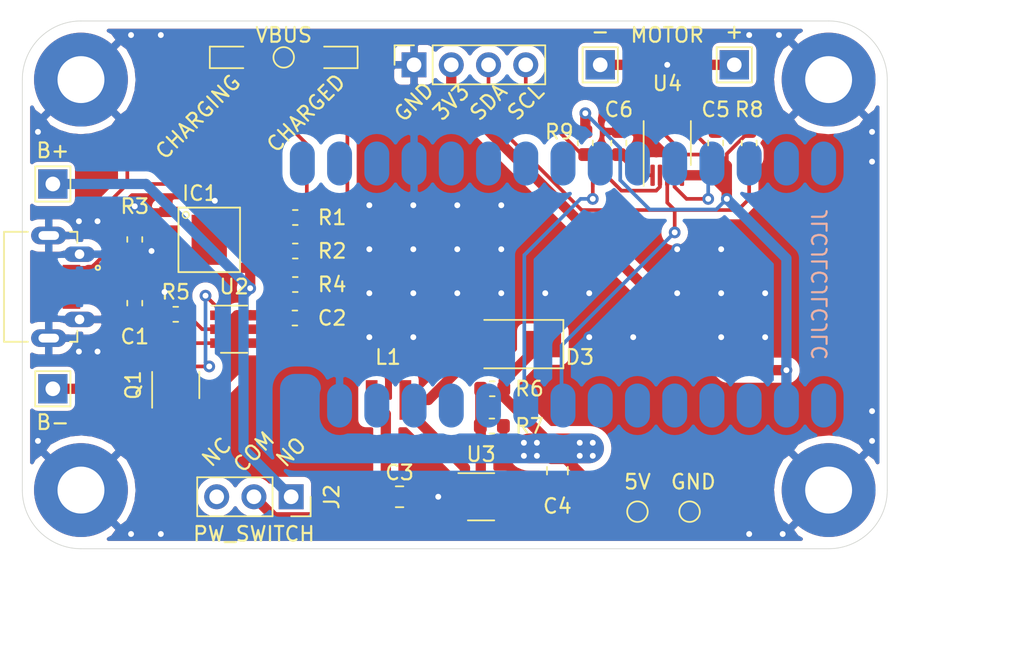
<source format=kicad_pcb>
(kicad_pcb (version 20171130) (host pcbnew "(5.1.6)-1")
  (layers (0 F.Cu signal) (31 B.Cu signal) (34 B.Paste user) (35 F.Paste user) (36 B.SilkS user) (37 F.SilkS user) (38 B.Mask user) (39 F.Mask user) (44 Edge.Cuts user))
  (net 0 "")
  (net 1 "Net-(C1-Pad1)")
  (net 2 GND)
  (net 3 "Net-(C2-Pad2)")
  (net 4 "Net-(C2-Pad1)")
  (net 5 "Net-(C3-Pad1)")
  (net 6 +5V)
  (net 7 +3V3)
  (net 8 "Net-(C6-Pad1)")
  (net 9 "Net-(D1-Pad1)")
  (net 10 "Net-(D2-Pad1)")
  (net 11 "Net-(D3-Pad2)")
  (net 12 "Net-(IC1-Pad7)")
  (net 13 "Net-(IC1-Pad6)")
  (net 14 "Net-(IC1-Pad5)")
  (net 15 "Net-(IC1-Pad2)")
  (net 16 "Net-(J1-Pad3)")
  (net 17 "Net-(J1-Pad2)")
  (net 18 "Net-(J1-Pad4)")
  (net 19 "Net-(J1-Pad5)")
  (net 20 "Net-(J2-Pad3)")
  (net 21 SDA)
  (net 22 SCL)
  (net 23 "Net-(Q1-Pad4)")
  (net 24 "Net-(Q1-Pad5)")
  (net 25 "Net-(R5-Pad1)")
  (net 26 "Net-(R6-Pad2)")
  (net 27 "Net-(TP5-Pad1)")
  (net 28 "Net-(TP6-Pad1)")
  (net 29 TRIG)
  (net 30 "Net-(U2-Pad4)")
  (net 31 "Net-(U3-Pad6)")
  (net 32 "Net-(Q1-Pad2)")
  (net 33 "Net-(Q1-Pad6)")
  (net 34 "Net-(J4-Pad11)")
  (net 35 "Net-(J4-Pad3)")
  (net 36 "Net-(J4-Pad5)")
  (net 37 "Net-(J4-Pad13)")
  (net 38 "Net-(J4-Pad12)")
  (net 39 "Net-(J4-Pad1)")
  (net 40 "Net-(J4-Pad4)")
  (net 41 "Net-(J4-Pad10)")
  (net 42 "Net-(J4-Pad7)")
  (net 43 "Net-(J4-Pad6)")
  (net 44 "Net-(J4-Pad30)")
  (net 45 "Net-(J4-Pad29)")
  (net 46 "Net-(J4-Pad28)")
  (net 47 "Net-(J4-Pad26)")
  (net 48 "Net-(J4-Pad25)")
  (net 49 "Net-(J4-Pad24)")
  (net 50 "Net-(J4-Pad23)")
  (net 51 "Net-(J4-Pad22)")
  (net 52 "Net-(J4-Pad21)")
  (net 53 "Net-(J4-Pad20)")
  (net 54 "Net-(J4-Pad18)")
  (net 55 "Net-(J4-Pad17)")
  (net 56 "Net-(J4-Pad16)")
  (module Diode_SMD:D_SMA (layer F.Cu) (at 152.836 93.472 180)
    (fp_text reference D3 (at -4.517 -0.889) (layer F.SilkS))
    (fp_text value SS34F)
    (pad 2 smd rect (at 2 0 180) (size 2.5 1.8) (layers F.Cu F.Paste F.Mask) (net 11 "Net-(D3-Pad2)"))
    (pad 1 smd rect (at -2 0 180) (size 2.5 1.8) (layers F.Cu F.Paste F.Mask) (net 6 +5V))
  )
  (module Capacitor_SMD:SWPA3015 (layer F.Cu) (at 144.308 97.282)
    (fp_text reference L1 (at -0.036 -2.921) (layer F.SilkS))
    (fp_text value 22uH)
    (pad 1 smd rect (at -1.15 0) (size 0.8 2.7) (layers F.Cu F.Paste F.Mask) (net 5 "Net-(C3-Pad1)"))
    (pad 2 smd rect (at 1.15 0) (size 0.8 2.7) (layers F.Cu F.Paste F.Mask) (net 11 "Net-(D3-Pad2)"))
  )
  (module nano33:nano33_Footprint_SMD_Castell (layer B.Cu) (at 156.21 89.408 180)
    (fp_text reference J4)
    (fp_text value Arduino-NANO-33)
    (pad 11 smd oval (at 7.62 -8.255 90) (size 3 1.7) (layers B.Cu B.Mask) (net 34 "Net-(J4-Pad11)"))
    (pad 3 smd oval (at -12.7 -8.255 90) (size 3 1.7) (layers B.Cu B.Mask) (net 35 "Net-(J4-Pad3)"))
    (pad 5 smd oval (at -7.62 -8.255 90) (size 3 1.7) (layers B.Cu B.Mask) (net 36 "Net-(J4-Pad5)"))
    (pad 13 smd oval (at 12.7 -8.255 90) (size 3 1.7) (layers B.Cu B.Mask) (net 37 "Net-(J4-Pad13)"))
    (pad 12 smd oval (at 10.16 -8.255 90) (size 3 1.7) (layers B.Cu B.Mask) (net 38 "Net-(J4-Pad12)"))
    (pad 1 smd oval (at -17.78 -8.255 90) (size 3 1.7) (layers B.Cu B.Mask) (net 39 "Net-(J4-Pad1)"))
    (pad 14 smd oval (at 15.24 -8.255 90) (size 3 1.7) (layers B.Cu B.Mask) (net 2 GND))
    (pad 4 smd oval (at -10.16 -8.255 90) (size 3 1.7) (layers B.Cu B.Mask) (net 40 "Net-(J4-Pad4)"))
    (pad 10 smd oval (at 5.08 -8.255 90) (size 3 1.7) (layers B.Cu B.Mask) (net 41 "Net-(J4-Pad10)"))
    (pad 9 smd oval (at 2.54 -8.255 90) (size 3 1.7) (layers B.Cu B.Mask) (net 22 SCL))
    (pad 7 smd oval (at -2.54 -8.255 90) (size 3 1.7) (layers B.Cu B.Mask) (net 42 "Net-(J4-Pad7)"))
    (pad 6 smd oval (at -5.08 -8.255 90) (size 3 1.7) (layers B.Cu B.Mask) (net 43 "Net-(J4-Pad6)"))
    (pad 8 smd oval (at 0 -8.255 90) (size 3 1.7) (layers B.Cu B.Mask) (net 21 SDA))
    (pad 15 smd oval (at 17.78 -8.255 90) (size 3 1.7) (layers B.Cu B.Mask) (net 6 +5V))
    (pad 2 smd oval (at -15.24 -8.255 90) (size 3 1.7) (layers B.Cu B.Mask) (net 7 +3V3))
    (pad 30 smd oval (at -17.78 8.255 270) (size 3 1.7) (layers B.Cu B.Mask) (net 44 "Net-(J4-Pad30)"))
    (pad 29 smd oval (at -15.24 8.255 270) (size 3 1.7) (layers B.Cu B.Mask) (net 45 "Net-(J4-Pad29)"))
    (pad 28 smd oval (at -12.7 8.255 270) (size 3 1.7) (layers B.Cu B.Mask) (net 46 "Net-(J4-Pad28)"))
    (pad 27 smd oval (at -10.16 8.255 270) (size 3 1.7) (layers B.Cu B.Mask) (net 29 TRIG))
    (pad 26 smd oval (at -7.62 8.255 270) (size 3 1.7) (layers B.Cu B.Mask) (net 47 "Net-(J4-Pad26)"))
    (pad 25 smd oval (at -5.08 8.255 270) (size 3 1.7) (layers B.Cu B.Mask) (net 48 "Net-(J4-Pad25)"))
    (pad 24 smd oval (at -2.54 8.255 270) (size 3 1.7) (layers B.Cu B.Mask) (net 49 "Net-(J4-Pad24)"))
    (pad 23 smd oval (at 0 8.255 270) (size 3 1.7) (layers B.Cu B.Mask) (net 50 "Net-(J4-Pad23)"))
    (pad 22 smd oval (at 2.54 8.255 270) (size 3 1.7) (layers B.Cu B.Mask) (net 51 "Net-(J4-Pad22)"))
    (pad 21 smd oval (at 5.08 8.255 270) (size 3 1.7) (layers B.Cu B.Mask) (net 52 "Net-(J4-Pad21)"))
    (pad 20 smd oval (at 7.62 8.255 270) (size 3 1.7) (layers B.Cu B.Mask) (net 53 "Net-(J4-Pad20)"))
    (pad 19 smd oval (at 10.16 8.255 270) (size 3 1.7) (layers B.Cu B.Mask) (net 2 GND))
    (pad 18 smd oval (at 12.7 8.255 270) (size 3 1.7) (layers B.Cu B.Mask) (net 54 "Net-(J4-Pad18)"))
    (pad 17 smd oval (at 15.24 8.255 270) (size 3 1.7) (layers B.Cu B.Mask) (net 55 "Net-(J4-Pad17)"))
    (pad 16 smd oval (at 17.78 8.255 270) (size 3 1.7) (layers B.Cu B.Mask) (net 56 "Net-(J4-Pad16)"))
  )
  (module Capacitor_SMD:C_0603_1608Metric (layer F.Cu) (at 127 90.678 270)
    (fp_text reference C1 (at 2.286 0 180) (layer F.SilkS))
    (fp_text value 10uF)
    (pad 1 smd roundrect (at -0.7875 0 270) (size 0.875 0.95) (layers F.Cu F.Paste F.Mask) (net 1 "Net-(C1-Pad1)"))
    (pad 2 smd roundrect (at 0.7875 0 270) (size 0.875 0.95) (layers F.Cu F.Paste F.Mask) (net 2 GND))
  )
  (module Capacitor_SMD:C_0603_1608Metric (layer F.Cu) (at 137.922 91.694 180)
    (fp_text reference C2 (at -2.54 0) (layer F.SilkS))
    (fp_text value 0.1uF)
    (pad 2 smd roundrect (at 0.7875 0 180) (size 0.875 0.95) (layers F.Cu F.Paste F.Mask) (net 3 "Net-(C2-Pad2)"))
    (pad 1 smd roundrect (at -0.7875 0 180) (size 0.875 0.95) (layers F.Cu F.Paste F.Mask) (net 4 "Net-(C2-Pad1)"))
  )
  (module Capacitor_SMD:C_0603_1608Metric (layer F.Cu) (at 166.624 79.756 270)
    (fp_text reference C5 (at -2.286 0 180) (layer F.SilkS))
    (fp_text value 1uF)
    (pad 2 smd roundrect (at 0.7875 0 270) (size 0.875 0.95) (layers F.Cu F.Paste F.Mask) (net 7 +3V3))
    (pad 1 smd roundrect (at -0.7875 0 270) (size 0.875 0.95) (layers F.Cu F.Paste F.Mask) (net 2 GND))
  )
  (module Capacitor_SMD:C_0603_1608Metric (layer F.Cu) (at 160.02 79.756 90)
    (fp_text reference C6 (at 2.286 0 180) (layer F.SilkS))
    (fp_text value 1uF)
    (pad 1 smd roundrect (at -0.7875 0 90) (size 0.875 0.95) (layers F.Cu F.Paste F.Mask) (net 8 "Net-(C6-Pad1)"))
    (pad 2 smd roundrect (at 0.7875 0 90) (size 0.875 0.95) (layers F.Cu F.Paste F.Mask) (net 2 GND))
  )
  (module LED_SMD:LED_0603_1608Metric (layer F.Cu) (at 133.604 73.914)
    (fp_text reference D1)
    (fp_text value RED)
    (pad 1 smd roundrect (at -0.7875 0) (size 0.875 0.95) (layers F.Cu F.Paste F.Mask) (net 9 "Net-(D1-Pad1)"))
    (pad 2 smd roundrect (at 0.7875 0) (size 0.875 0.95) (layers F.Cu F.Paste F.Mask) (net 1 "Net-(C1-Pad1)"))
  )
  (module LED_SMD:LED_0603_1608Metric (layer F.Cu) (at 140.716 73.914 180)
    (fp_text reference D2)
    (fp_text value GRN)
    (pad 2 smd roundrect (at 0.7875 0 180) (size 0.875 0.95) (layers F.Cu F.Paste F.Mask) (net 1 "Net-(C1-Pad1)"))
    (pad 1 smd roundrect (at -0.7875 0 180) (size 0.875 0.95) (layers F.Cu F.Paste F.Mask) (net 10 "Net-(D2-Pad1)"))
  )
  (module MountingHole:MountingHole_3.2mm_M3_Pad (layer F.Cu) (at 123.33 75.43)
    (fp_text reference H1)
    (fp_text value M3)
    (pad 1 thru_hole circle (at 0 0) (size 6.4 6.4) (drill 3.2) (layers *.Cu *.Mask) (net 2 GND))
  )
  (module MountingHole:MountingHole_3.2mm_M3_Pad (layer F.Cu) (at 123.33 103.43)
    (fp_text reference H2)
    (fp_text value M3)
    (pad 1 thru_hole circle (at 0 0) (size 6.4 6.4) (drill 3.2) (layers *.Cu *.Mask) (net 2 GND))
  )
  (module MountingHole:MountingHole_3.2mm_M3_Pad (layer F.Cu) (at 174.33 103.43)
    (fp_text reference H3)
    (fp_text value M3)
    (pad 1 thru_hole circle (at 0 0) (size 6.4 6.4) (drill 3.2) (layers *.Cu *.Mask) (net 2 GND))
  )
  (module MountingHole:MountingHole_3.2mm_M3_Pad (layer F.Cu) (at 174.33 75.43)
    (fp_text reference H4)
    (fp_text value M3)
    (pad 1 thru_hole circle (at 0 0) (size 6.4 6.4) (drill 3.2) (layers *.Cu *.Mask) (net 2 GND))
  )
  (module TP4056:SOP-8 (layer F.Cu) (at 132.08 86.36)
    (fp_text reference IC1 (at -0.63517 -3.1759) (layer F.SilkS) (effects (font (size 1.000283 1.000283))))
    (fp_text value TP4056)
    (fp_poly (pts (xy -1.20026 -1.7) (xy 1.2 -1.7) (xy 1.2 1.70037) (xy -1.20026 1.70037)) (layer F.Cu) (width 0.01))
    (pad 7 smd rect (at 2.75 -0.635) (size 1.3 0.7) (layers F.Cu F.Paste F.Mask) (net 12 "Net-(IC1-Pad7)"))
    (pad 8 smd rect (at 2.75 -1.905) (size 1.3 0.7) (layers F.Cu F.Paste F.Mask) (net 1 "Net-(C1-Pad1)"))
    (pad 6 smd rect (at 2.75 0.635) (size 1.3 0.7) (layers F.Cu F.Paste F.Mask) (net 13 "Net-(IC1-Pad6)"))
    (pad 5 smd rect (at 2.75 1.905) (size 1.3 0.7) (layers F.Cu F.Paste F.Mask) (net 14 "Net-(IC1-Pad5)"))
    (pad 2 smd rect (at -2.75 -0.635) (size 1.3 0.7) (layers F.Cu F.Paste F.Mask) (net 15 "Net-(IC1-Pad2)"))
    (pad 1 smd rect (at -2.75 -1.905) (size 1.3 0.7) (layers F.Cu F.Paste F.Mask) (net 2 GND))
    (pad 3 smd rect (at -2.75 0.635) (size 1.3 0.7) (layers F.Cu F.Paste F.Mask) (net 2 GND))
    (pad 4 smd rect (at -2.75 1.905) (size 1.3 0.7) (layers F.Cu F.Paste F.Mask) (net 1 "Net-(C1-Pad1)"))
  )
  (module UJ2-MIBH2-4-SMT:CUI_UJ2-MIBH2-4-SMT (layer F.Cu) (at 122.682 88.265)
    (fp_text reference J1)
    (fp_text value UJ2-MIBH2-4-SMT)
    (fp_line (start 0.6245 -0.5995) (end 0.55 -0.5995) (layer Edge.Cuts) (width 0.001))
    (fp_line (start 0.4755 -1.2505) (end 0.55 -1.2505) (layer Edge.Cuts) (width 0.001))
    (fp_line (start 0.55 -0.6) (end 0.475 -0.6) (layer Edge.Cuts) (width 0.001))
    (fp_line (start 0.55 -1.25) (end 0.625 -1.25) (layer Edge.Cuts) (width 0.001))
    (fp_line (start 0.6245 3.8505) (end 0.55 3.8505) (layer Edge.Cuts) (width 0.001))
    (fp_line (start 0.4755 3.1995) (end 0.55 3.1995) (layer Edge.Cuts) (width 0.001))
    (fp_line (start 0.55 3.85) (end 0.475 3.85) (layer Edge.Cuts) (width 0.001))
    (fp_line (start 0.55 3.2) (end 0.625 3.2) (layer Edge.Cuts) (width 0.001))
    (fp_arc (start 0.625 3.525) (end 0.95 3.525) (angle -90) (layer Edge.Cuts) (width 0.001))
    (fp_arc (start 0.475 3.525) (end 0.15 3.525) (angle -90) (layer Edge.Cuts) (width 0.001))
    (fp_arc (start 0.4755 3.525) (end 0.4755 3.1995) (angle -90) (layer Edge.Cuts) (width 0.001))
    (fp_arc (start 0.6245 3.525) (end 0.6245 3.8505) (angle -90) (layer Edge.Cuts) (width 0.001))
    (fp_arc (start 0.625 -0.925) (end 0.95 -0.925) (angle -90) (layer Edge.Cuts) (width 0.001))
    (fp_arc (start 0.475 -0.925) (end 0.15 -0.925) (angle -90) (layer Edge.Cuts) (width 0.001))
    (fp_arc (start 0.4755 -0.925) (end 0.4755 -1.2505) (angle -90) (layer Edge.Cuts) (width 0.001))
    (fp_arc (start 0.6245 -0.925) (end 0.6245 -0.5995) (angle -90) (layer Edge.Cuts) (width 0.001))
    (pad 3 smd rect (at 0 1.3) (size 1.2 0.4) (layers F.Cu F.Paste F.Mask) (net 16 "Net-(J1-Pad3)"))
    (pad 2 smd rect (at 0 0.65) (size 1.2 0.4) (layers F.Cu F.Paste F.Mask) (net 17 "Net-(J1-Pad2)"))
    (pad 1 smd rect (at 0 0) (size 1.2 0.4) (layers F.Cu F.Paste F.Mask) (net 1 "Net-(C1-Pad1)"))
    (pad 4 smd rect (at 0 1.95) (size 1.2 0.4) (layers F.Cu F.Paste F.Mask) (net 18 "Net-(J1-Pad4)"))
    (pad 5 smd rect (at 0 2.6) (size 1.2 0.4) (layers F.Cu F.Paste F.Mask) (net 19 "Net-(J1-Pad5)"))
    (pad SH3 smd rect (at -1.55 1.3) (size 0.9 3) (layers F.Cu F.Paste F.Mask) (net 2 GND))
    (pad SH1 thru_hole oval (at -1.55 -2.2) (size 2.4 1.2) (drill oval 1.4 0.6) (layers *.Cu *.Mask) (net 2 GND))
    (pad SH4 thru_hole oval (at -1.55 4.8) (size 2.4 1.2) (drill oval 1.4 0.6) (layers *.Cu *.Mask) (net 2 GND))
    (pad SH2 thru_hole oval (at 0.55 -0.925) (size 2.1 1.05) (drill 0.65) (layers *.Cu *.Mask) (net 2 GND))
    (pad SH5 thru_hole oval (at 0.55 3.525) (size 2.1 1.05) (drill 0.65) (layers *.Cu *.Mask) (net 2 GND))
  )
  (module Connector_PinSocket_2.54mm:PinSocket_1x03_P2.54mm_Vertical (layer F.Cu) (at 137.668 103.886 270)
    (fp_text reference J2 (at 0 -2.77 90) (layer F.SilkS))
    (fp_text value "Power Switch")
    (pad 1 thru_hole rect (at 0 0 270) (size 1.7 1.7) (drill 1) (layers *.Cu *.Mask) (net 14 "Net-(IC1-Pad5)"))
    (pad 2 thru_hole oval (at 0 2.54 270) (size 1.7 1.7) (drill 1) (layers *.Cu *.Mask) (net 5 "Net-(C3-Pad1)"))
    (pad 3 thru_hole oval (at 0 5.08 270) (size 1.7 1.7) (drill 1) (layers *.Cu *.Mask) (net 20 "Net-(J2-Pad3)"))
  )
  (module Connector_PinSocket_2.54mm:PinSocket_1x04_P2.54mm_Vertical (layer F.Cu) (at 146.05 74.422 90)
    (fp_text reference J3)
    (fp_text value I2C)
    (pad 1 thru_hole rect (at 0 0 90) (size 1.7 1.7) (drill 1) (layers *.Cu *.Mask) (net 2 GND))
    (pad 2 thru_hole oval (at 0 2.54 90) (size 1.7 1.7) (drill 1) (layers *.Cu *.Mask) (net 7 +3V3))
    (pad 3 thru_hole oval (at 0 5.08 90) (size 1.7 1.7) (drill 1) (layers *.Cu *.Mask) (net 21 SDA))
    (pad 4 thru_hole oval (at 0 7.62 90) (size 1.7 1.7) (drill 1) (layers *.Cu *.Mask) (net 22 SCL))
  )
  (module Resistor_SMD:R_0603_1608Metric (layer F.Cu) (at 137.9475 84.836)
    (fp_text reference R1 (at 2.5145 0) (layer F.SilkS))
    (fp_text value 1k)
    (pad 2 smd roundrect (at 0.7875 0) (size 0.875 0.95) (layers F.Cu F.Paste F.Mask) (net 9 "Net-(D1-Pad1)"))
    (pad 1 smd roundrect (at -0.7875 0) (size 0.875 0.95) (layers F.Cu F.Paste F.Mask) (net 12 "Net-(IC1-Pad7)"))
  )
  (module Resistor_SMD:R_0603_1608Metric (layer F.Cu) (at 137.9475 87.122)
    (fp_text reference R2 (at 2.5145 0) (layer F.SilkS))
    (fp_text value 1k)
    (pad 1 smd roundrect (at -0.7875 0) (size 0.875 0.95) (layers F.Cu F.Paste F.Mask) (net 13 "Net-(IC1-Pad6)"))
    (pad 2 smd roundrect (at 0.7875 0) (size 0.875 0.95) (layers F.Cu F.Paste F.Mask) (net 10 "Net-(D2-Pad1)"))
  )
  (module Resistor_SMD:R_0603_1608Metric (layer F.Cu) (at 127 86.3345 270)
    (fp_text reference R3 (at -2.2605 0 180) (layer F.SilkS))
    (fp_text value 5.1k)
    (pad 2 smd roundrect (at 0.7875 0 270) (size 0.875 0.95) (layers F.Cu F.Paste F.Mask) (net 2 GND))
    (pad 1 smd roundrect (at -0.7875 0 270) (size 0.875 0.95) (layers F.Cu F.Paste F.Mask) (net 15 "Net-(IC1-Pad2)"))
  )
  (module Resistor_SMD:R_0603_1608Metric (layer F.Cu) (at 137.9475 89.408)
    (fp_text reference R4 (at 2.5145 0) (layer F.SilkS))
    (fp_text value 100R)
    (pad 1 smd roundrect (at -0.7875 0) (size 0.875 0.95) (layers F.Cu F.Paste F.Mask) (net 14 "Net-(IC1-Pad5)"))
    (pad 2 smd roundrect (at 0.7875 0) (size 0.875 0.95) (layers F.Cu F.Paste F.Mask) (net 4 "Net-(C2-Pad1)"))
  )
  (module Resistor_SMD:R_0603_1608Metric (layer F.Cu) (at 129.794 91.44 180)
    (fp_text reference R5 (at 0 1.524) (layer F.SilkS))
    (fp_text value 2k)
    (pad 1 smd roundrect (at -0.7875 0 180) (size 0.875 0.95) (layers F.Cu F.Paste F.Mask) (net 25 "Net-(R5-Pad1)"))
    (pad 2 smd roundrect (at 0.7875 0 180) (size 0.875 0.95) (layers F.Cu F.Paste F.Mask) (net 2 GND))
  )
  (module Resistor_SMD:R_0603_1608Metric (layer F.Cu) (at 151.384 96.52 180)
    (fp_text reference R6 (at -2.54 0) (layer F.SilkS))
    (fp_text value 7.5k)
    (pad 1 smd roundrect (at -0.7875 0 180) (size 0.875 0.95) (layers F.Cu F.Paste F.Mask) (net 6 +5V))
    (pad 2 smd roundrect (at 0.7875 0 180) (size 0.875 0.95) (layers F.Cu F.Paste F.Mask) (net 26 "Net-(R6-Pad2)"))
  )
  (module Resistor_SMD:R_0603_1608Metric (layer F.Cu) (at 151.3585 99.06)
    (fp_text reference R7 (at 2.5655 0) (layer F.SilkS))
    (fp_text value 1k)
    (pad 2 smd roundrect (at 0.7875 0) (size 0.875 0.95) (layers F.Cu F.Paste F.Mask) (net 2 GND))
    (pad 1 smd roundrect (at -0.7875 0) (size 0.875 0.95) (layers F.Cu F.Paste F.Mask) (net 26 "Net-(R6-Pad2)"))
  )
  (module Resistor_SMD:R_0603_1608Metric (layer F.Cu) (at 168.91 79.756 270)
    (fp_text reference R8 (at -2.286 0 180) (layer F.SilkS))
    (fp_text value 10k)
    (pad 2 smd roundrect (at 0.7875 0 270) (size 0.875 0.95) (layers F.Cu F.Paste F.Mask) (net 21 SDA))
    (pad 1 smd roundrect (at -0.7875 0 270) (size 0.875 0.95) (layers F.Cu F.Paste F.Mask) (net 7 +3V3))
  )
  (module Resistor_SMD:R_0603_1608Metric (layer F.Cu) (at 157.734 79.756 270)
    (fp_text reference R9 (at -0.762 1.778 180) (layer F.SilkS))
    (fp_text value 10k)
    (pad 1 smd roundrect (at -0.7875 0 270) (size 0.875 0.95) (layers F.Cu F.Paste F.Mask) (net 7 +3V3))
    (pad 2 smd roundrect (at 0.7875 0 270) (size 0.875 0.95) (layers F.Cu F.Paste F.Mask) (net 22 SCL))
  )
  (module TestPoint:TestPoint_Pad_D1.0mm (layer F.Cu) (at 137.16 73.914)
    (fp_text reference TP1)
    (fp_text value CHARGE)
    (pad 1 smd circle (at 0 0) (size 1 1) (layers F.Cu F.Mask) (net 1 "Net-(C1-Pad1)"))
  )
  (module TestPoint:TestPoint_THTPad_2.0x2.0mm_Drill1.0mm (layer F.Cu) (at 121.412 82.55)
    (fp_text reference TP2)
    (fp_text value B+)
    (pad 1 thru_hole rect (at 0 0) (size 2 2) (drill 1) (layers *.Cu *.Mask) (net 14 "Net-(IC1-Pad5)"))
  )
  (module TestPoint:TestPoint_THTPad_2.0x2.0mm_Drill1.0mm (layer F.Cu) (at 121.412 96.52)
    (fp_text reference TP3)
    (fp_text value B-)
    (pad 1 thru_hole rect (at 0 0) (size 2 2) (drill 1) (layers *.Cu *.Mask) (net 3 "Net-(C2-Pad2)"))
  )
  (module TestPoint:TestPoint_Pad_D1.0mm (layer F.Cu) (at 161.29 104.902)
    (fp_text reference TP4)
    (fp_text value 5V)
    (pad 1 smd circle (at 0 0) (size 1 1) (layers F.Cu F.Mask) (net 6 +5V))
  )
  (module TestPoint:TestPoint_THTPad_2.0x2.0mm_Drill1.0mm (layer F.Cu) (at 167.894 74.422)
    (fp_text reference TP5)
    (fp_text value M+)
    (pad 1 thru_hole rect (at 0 0) (size 2 2) (drill 1) (layers *.Cu *.Mask) (net 27 "Net-(TP5-Pad1)"))
  )
  (module TestPoint:TestPoint_THTPad_2.0x2.0mm_Drill1.0mm (layer F.Cu) (at 158.75 74.422)
    (fp_text reference TP6)
    (fp_text value M-)
    (pad 1 thru_hole rect (at 0 0) (size 2 2) (drill 1) (layers *.Cu *.Mask) (net 28 "Net-(TP6-Pad1)"))
  )
  (module TestPoint:TestPoint_Pad_D1.0mm (layer F.Cu) (at 164.846 104.902)
    (fp_text reference TP7)
    (fp_text value GND)
    (pad 1 smd circle (at 0 0) (size 1 1) (layers F.Cu F.Mask) (net 2 GND))
  )
  (module Package_TO_SOT_SMD:SOT-23-6 (layer F.Cu) (at 133.774 92.456)
    (fp_text reference U2 (at 0 -2.9) (layer F.SilkS))
    (fp_text value FS312F-G)
    (pad 1 smd rect (at -1.1 -0.95) (size 1.06 0.65) (layers F.Cu F.Paste F.Mask) (net 23 "Net-(Q1-Pad4)"))
    (pad 2 smd rect (at -1.1 0) (size 1.06 0.65) (layers F.Cu F.Paste F.Mask) (net 25 "Net-(R5-Pad1)"))
    (pad 3 smd rect (at -1.1 0.95) (size 1.06 0.65) (layers F.Cu F.Paste F.Mask) (net 33 "Net-(Q1-Pad6)"))
    (pad 4 smd rect (at 1.1 0.95) (size 1.06 0.65) (layers F.Cu F.Paste F.Mask) (net 30 "Net-(U2-Pad4)"))
    (pad 6 smd rect (at 1.1 -0.95) (size 1.06 0.65) (layers F.Cu F.Paste F.Mask) (net 3 "Net-(C2-Pad2)"))
    (pad 5 smd rect (at 1.1 0) (size 1.06 0.65) (layers F.Cu F.Paste F.Mask) (net 4 "Net-(C2-Pad1)"))
  )
  (module Package_TO_SOT_SMD:SOT-23-6 (layer F.Cu) (at 150.622 103.886)
    (fp_text reference U3 (at 0 -2.9) (layer F.SilkS))
    (fp_text value MT3608)
    (pad 5 smd rect (at 1.1 0) (size 1.06 0.65) (layers F.Cu F.Paste F.Mask) (net 5 "Net-(C3-Pad1)"))
    (pad 6 smd rect (at 1.1 -0.95) (size 1.06 0.65) (layers F.Cu F.Paste F.Mask) (net 31 "Net-(U3-Pad6)"))
    (pad 4 smd rect (at 1.1 0.95) (size 1.06 0.65) (layers F.Cu F.Paste F.Mask) (net 5 "Net-(C3-Pad1)"))
    (pad 3 smd rect (at -1.1 0.95) (size 1.06 0.65) (layers F.Cu F.Paste F.Mask) (net 26 "Net-(R6-Pad2)"))
    (pad 2 smd rect (at -1.1 0) (size 1.06 0.65) (layers F.Cu F.Paste F.Mask) (net 2 GND))
    (pad 1 smd rect (at -1.1 -0.95) (size 1.06 0.65) (layers F.Cu F.Paste F.Mask) (net 11 "Net-(D3-Pad2)"))
  )
  (module Package_SO:VSSOP-10_3x3mm_P0.5mm (layer F.Cu) (at 163.322 79.756 90)
    (fp_text reference U4 (at 4.064 0 180) (layer F.SilkS))
    (fp_text value DRV2605LDGS)
    (pad 1 smd roundrect (at -2.2 -1 90) (size 1.45 0.3) (layers F.Cu F.Paste F.Mask) (net 8 "Net-(C6-Pad1)"))
    (pad 2 smd roundrect (at -2.2 -0.5 90) (size 1.45 0.3) (layers F.Cu F.Paste F.Mask) (net 22 SCL))
    (pad 3 smd roundrect (at -2.2 0 90) (size 1.45 0.3) (layers F.Cu F.Paste F.Mask) (net 21 SDA))
    (pad 4 smd roundrect (at -2.2 0.5 90) (size 1.45 0.3) (layers F.Cu F.Paste F.Mask) (net 29 TRIG))
    (pad 5 smd roundrect (at -2.2 1 90) (size 1.45 0.3) (layers F.Cu F.Paste F.Mask) (net 7 +3V3))
    (pad 6 smd roundrect (at 2.2 1 90) (size 1.45 0.3) (layers F.Cu F.Paste F.Mask) (net 7 +3V3))
    (pad 7 smd roundrect (at 2.2 0.5 90) (size 1.45 0.3) (layers F.Cu F.Paste F.Mask) (net 27 "Net-(TP5-Pad1)"))
    (pad 8 smd roundrect (at 2.2 0 90) (size 1.45 0.3) (layers F.Cu F.Paste F.Mask) (net 2 GND))
    (pad 9 smd roundrect (at 2.2 -0.5 90) (size 1.45 0.3) (layers F.Cu F.Paste F.Mask) (net 28 "Net-(TP6-Pad1)"))
    (pad 10 smd roundrect (at 2.2 -1 90) (size 1.45 0.3) (layers F.Cu F.Paste F.Mask) (net 7 +3V3))
  )
  (module Package_TO_SOT_SMD:SOT-23-6 (layer F.Cu) (at 129.794 96.266 90)
    (fp_text reference Q1 (at 0 -2.9 90) (layer F.SilkS))
    (fp_text value FS8205)
    (pad 1 smd rect (at -1.1 -0.95 90) (size 1.06 0.65) (layers F.Cu F.Paste F.Mask) (net 2 GND))
    (pad 2 smd rect (at -1.1 0 90) (size 1.06 0.65) (layers F.Cu F.Paste F.Mask) (net 32 "Net-(Q1-Pad2)"))
    (pad 3 smd rect (at -1.1 0.95 90) (size 1.06 0.65) (layers F.Cu F.Paste F.Mask) (net 3 "Net-(C2-Pad2)"))
    (pad 4 smd rect (at 1.1 0.95 90) (size 1.06 0.65) (layers F.Cu F.Paste F.Mask) (net 23 "Net-(Q1-Pad4)"))
    (pad 6 smd rect (at 1.1 -0.95 90) (size 1.06 0.65) (layers F.Cu F.Paste F.Mask) (net 33 "Net-(Q1-Pad6)"))
    (pad 5 smd rect (at 1.1 0 90) (size 1.06 0.65) (layers F.Cu F.Paste F.Mask) (net 24 "Net-(Q1-Pad5)"))
  )
  (module Capacitor_SMD:C_0805_2012Metric (layer F.Cu) (at 145.0625 103.886)
    (fp_text reference C3 (at 0 -1.65) (layer F.SilkS))
    (fp_text value 22uF)
    (pad 1 smd roundrect (at -0.9375 0) (size 0.975 1.4) (layers F.Cu F.Paste F.Mask) (net 5 "Net-(C3-Pad1)"))
    (pad 2 smd roundrect (at 0.9375 0) (size 0.975 1.4) (layers F.Cu F.Paste F.Mask) (net 2 GND))
  )
  (module Capacitor_SMD:C_0805_2012Metric (layer F.Cu) (at 155.829 102.108 270)
    (fp_text reference C4 (at 2.413 0 180) (layer F.SilkS))
    (fp_text value 22uF)
    (pad 2 smd roundrect (at 0.9375 0 270) (size 0.975 1.4) (layers F.Cu F.Paste F.Mask) (net 2 GND))
    (pad 1 smd roundrect (at -0.9375 0 270) (size 0.975 1.4) (layers F.Cu F.Paste F.Mask) (net 6 +5V))
  )
  (gr_text NO (at 137.668 100.838 45) (layer F.SilkS) (effects (font (size 1 1))))
  (gr_text COM (at 135.128 100.838 45) (layer F.SilkS) (effects (font (size 1 1))))
  (gr_text NC (at 132.588 100.838 45) (layer F.SilkS) (effects (font (size 1 1))))
  (gr_text JLCJLCJLCJLC (at 173.736 89.408 90) (layer B.SilkS) (effects (font (size 1 1)) (justify mirror)))
  (gr_text VBUS (at 137.16 72.39) (layer F.SilkS) (effects (font (size 1 1))))
  (gr_text 5V (at 161.29 102.87) (layer F.SilkS) (effects (font (size 1 1))))
  (gr_text GND (at 165.1 102.87) (layer F.SilkS) (effects (font (size 1 1))))
  (gr_text PW_SWITCH (at 135.128 106.426) (layer F.SilkS) (effects (font (size 1 1))))
  (gr_text B- (at 121.412 98.806) (layer F.SilkS) (effects (font (size 1 1))))
  (gr_text B+ (at 121.412 80.264) (layer F.SilkS) (effects (font (size 1 1))))
  (gr_text + (at 167.894 72.136) (layer F.SilkS) (effects (font (size 1 1))))
  (gr_text "-\n" (at 158.75 72.136) (layer F.SilkS) (effects (font (size 1 1))))
  (gr_text MOTOR (at 163.322 72.39) (layer F.SilkS) (effects (font (size 1 1))))
  (gr_text GND (at 146.05 76.962 45) (layer F.SilkS) (effects (font (size 1 1))))
  (gr_text "3V3\n" (at 148.59 76.962 45) (layer F.SilkS) (effects (font (size 1 1))))
  (gr_text "SCL\n" (at 153.67 76.962 45) (layer F.SilkS) (effects (font (size 1 1))))
  (gr_text SDA (at 151.13 76.962 45) (layer F.SilkS) (effects (font (size 1 1))))
  (gr_text CHARGED (at 138.684 77.724 45) (layer F.SilkS) (effects (font (size 1 1))))
  (gr_text CHARGING (at 131.318 77.978 45) (layer F.SilkS) (effects (font (size 1 1))))
  (gr_line (start 174.33 71.43) (end 123.33 71.43) (layer Edge.Cuts) (width 0.05))
  (gr_line (start 178.33 103.43) (end 178.33 75.43) (layer Edge.Cuts) (width 0.05))
  (gr_line (start 123.33 107.43) (end 174.33 107.43) (layer Edge.Cuts) (width 0.05))
  (gr_line (start 119.33 75.43) (end 119.33 103.43) (layer Edge.Cuts) (width 0.05))
  (gr_arc (start 174.33 75.43) (end 178.33 75.43) (angle -90) (layer Edge.Cuts) (width 0.05))
  (gr_arc (start 174.33 103.43) (end 174.33 107.43) (angle -90) (layer Edge.Cuts) (width 0.05))
  (gr_arc (start 123.33 103.43) (end 119.33 103.43) (angle -90) (layer Edge.Cuts) (width 0.05))
  (gr_arc (start 123.33 75.43) (end 123.33 71.43) (angle -90) (layer Edge.Cuts) (width 0.05))
  (segment (start 122.682 88.265) (end 123.571 88.265) (width 0.25) (layer F.Cu) (net 1))
  (segment (start 123.571 88.265) (end 123.698 88.392) (width 0.25) (layer F.Cu) (net 1))
  (segment (start 124.202283 88.41501) (end 123.832001 88.41501) (width 0.7) (layer F.Cu) (net 1))
  (segment (start 124.352293 88.265) (end 124.202283 88.41501) (width 0.7) (layer F.Cu) (net 1))
  (segment (start 129.33 88.265) (end 126.873 88.265) (width 0.7) (layer F.Cu) (net 1))
  (segment (start 127 88.392) (end 126.873 88.265) (width 0.7) (layer F.Cu) (net 1))
  (segment (start 127 89.8905) (end 127 88.392) (width 0.7) (layer F.Cu) (net 1))
  (segment (start 126.873 88.265) (end 124.352293 88.265) (width 0.7) (layer F.Cu) (net 1))
  (segment (start 132.925 82.55) (end 134.83 84.455) (width 0.25) (layer F.Cu) (net 1))
  (segment (start 123.832001 88.41501) (end 123.884085 88.41501) (width 0.25) (layer F.Cu) (net 1))
  (segment (start 126.492 82.55) (end 132.925 82.55) (width 0.25) (layer F.Cu) (net 1))
  (segment (start 123.884085 88.41501) (end 125.222 87.077095) (width 0.25) (layer F.Cu) (net 1))
  (segment (start 125.222 87.077095) (end 125.222 83.82) (width 0.25) (layer F.Cu) (net 1))
  (segment (start 125.222 83.82) (end 126.492 82.55) (width 0.25) (layer F.Cu) (net 1))
  (segment (start 134.3915 73.914) (end 139.9285 73.914) (width 0.25) (layer F.Cu) (net 1))
  (segment (start 126.492 78.994506) (end 132.588506 72.898) (width 0.25) (layer F.Cu) (net 1))
  (segment (start 126.492 82.55) (end 126.492 78.994506) (width 0.25) (layer F.Cu) (net 1))
  (segment (start 136.144 72.898) (end 137.16 73.914) (width 0.25) (layer F.Cu) (net 1))
  (segment (start 132.588506 72.898) (end 136.144 72.898) (width 0.25) (layer F.Cu) (net 1))
  (via (at 163.322 74.422) (size 0.8) (drill 0.4) (layers F.Cu B.Cu) (net 2))
  (segment (start 163.322 77.556) (end 163.322 74.422) (width 0.25) (layer F.Cu) (net 2))
  (segment (start 149.522 103.886) (end 146.4095 103.886) (width 0.7) (layer F.Cu) (net 2))
  (via (at 128.143 87.122) (size 0.8) (drill 0.4) (layers F.Cu B.Cu) (net 2))
  (via (at 132.461 83.693) (size 0.8) (drill 0.4) (layers F.Cu B.Cu) (net 2))
  (via (at 120.396 100.076) (size 0.8) (drill 0.4) (layers F.Cu B.Cu) (net 2))
  (via (at 126.746 106.426) (size 0.8) (drill 0.4) (layers F.Cu B.Cu) (net 2))
  (via (at 171.196 106.426) (size 0.8) (drill 0.4) (layers F.Cu B.Cu) (net 2))
  (via (at 177.292 100.076) (size 0.8) (drill 0.4) (layers F.Cu B.Cu) (net 2))
  (via (at 177.292 78.994) (size 0.8) (drill 0.4) (layers F.Cu B.Cu) (net 2))
  (via (at 170.942 72.39) (size 0.8) (drill 0.4) (layers F.Cu B.Cu) (net 2))
  (via (at 126.746 72.39) (size 0.8) (drill 0.4) (layers F.Cu B.Cu) (net 2))
  (via (at 120.396 78.994) (size 0.8) (drill 0.4) (layers F.Cu B.Cu) (net 2))
  (via (at 128.778 72.39) (size 0.8) (drill 0.4) (layers F.Cu B.Cu) (net 2))
  (via (at 168.91 106.426) (size 0.8) (drill 0.4) (layers F.Cu B.Cu) (net 2))
  (via (at 128.778 106.426) (size 0.8) (drill 0.4) (layers F.Cu B.Cu) (net 2))
  (via (at 177.292 98.044) (size 0.8) (drill 0.4) (layers F.Cu B.Cu) (net 2))
  (via (at 168.91 72.39) (size 0.8) (drill 0.4) (layers F.Cu B.Cu) (net 2))
  (via (at 177.292 81.026) (size 0.8) (drill 0.4) (layers F.Cu B.Cu) (net 2))
  (via (at 123.19 93.98) (size 0.8) (drill 0.4) (layers F.Cu B.Cu) (net 2))
  (via (at 124.46 93.98) (size 0.8) (drill 0.4) (layers F.Cu B.Cu) (net 2))
  (via (at 123.19 85.09) (size 0.8) (drill 0.4) (layers F.Cu B.Cu) (net 2))
  (via (at 124.46 85.09) (size 0.8) (drill 0.4) (layers F.Cu B.Cu) (net 2))
  (via (at 147.701 103.886) (size 0.8) (drill 0.4) (layers F.Cu B.Cu) (net 2))
  (via (at 129.032 89.916) (size 0.8) (drill 0.4) (layers F.Cu B.Cu) (net 2))
  (via (at 127 84.074) (size 0.8) (drill 0.4) (layers F.Cu B.Cu) (net 2))
  (segment (start 126.434315 84.074) (end 127 84.074) (width 0.7) (layer F.Cu) (net 2))
  (segment (start 125.97499 86.09699) (end 125.97499 84.533325) (width 0.7) (layer F.Cu) (net 2))
  (segment (start 125.97499 84.533325) (end 126.434315 84.074) (width 0.7) (layer F.Cu) (net 2))
  (segment (start 127 87.122) (end 125.97499 86.09699) (width 0.7) (layer F.Cu) (net 2))
  (via (at 143 84) (size 0.8) (drill 0.4) (layers F.Cu B.Cu) (net 2))
  (via (at 146 84) (size 0.8) (drill 0.4) (layers F.Cu B.Cu) (net 2))
  (via (at 149 84) (size 0.8) (drill 0.4) (layers F.Cu B.Cu) (net 2))
  (via (at 152 84) (size 0.8) (drill 0.4) (layers F.Cu B.Cu) (net 2))
  (via (at 152 87) (size 0.8) (drill 0.4) (layers F.Cu B.Cu) (net 2))
  (via (at 149 87) (size 0.8) (drill 0.4) (layers F.Cu B.Cu) (net 2))
  (via (at 146 87) (size 0.8) (drill 0.4) (layers F.Cu B.Cu) (net 2))
  (via (at 143 87) (size 0.8) (drill 0.4) (layers F.Cu B.Cu) (net 2))
  (via (at 143 90) (size 0.8) (drill 0.4) (layers F.Cu B.Cu) (net 2))
  (via (at 143 93) (size 0.8) (drill 0.4) (layers F.Cu B.Cu) (net 2))
  (via (at 146 90) (size 0.8) (drill 0.4) (layers F.Cu B.Cu) (net 2))
  (via (at 146 93) (size 0.8) (drill 0.4) (layers F.Cu B.Cu) (net 2))
  (via (at 149 90) (size 0.8) (drill 0.4) (layers F.Cu B.Cu) (net 2))
  (via (at 152 90) (size 0.8) (drill 0.4) (layers F.Cu B.Cu) (net 2))
  (via (at 155 90) (size 0.8) (drill 0.4) (layers F.Cu B.Cu) (net 2))
  (via (at 158 90) (size 0.8) (drill 0.4) (layers F.Cu B.Cu) (net 2))
  (via (at 158 93) (size 0.8) (drill 0.4) (layers F.Cu B.Cu) (net 2))
  (via (at 161 93) (size 0.8) (drill 0.4) (layers F.Cu B.Cu) (net 2))
  (via (at 164 90) (size 0.8) (drill 0.4) (layers F.Cu B.Cu) (net 2))
  (via (at 164 87) (size 0.8) (drill 0.4) (layers F.Cu B.Cu) (net 2))
  (via (at 167 87) (size 0.8) (drill 0.4) (layers F.Cu B.Cu) (net 2))
  (via (at 167 90) (size 0.8) (drill 0.4) (layers F.Cu B.Cu) (net 2))
  (via (at 167 93) (size 0.8) (drill 0.4) (layers F.Cu B.Cu) (net 2))
  (via (at 170 93) (size 0.8) (drill 0.4) (layers F.Cu B.Cu) (net 2))
  (via (at 170 90) (size 0.8) (drill 0.4) (layers F.Cu B.Cu) (net 2))
  (segment (start 133.793999 95.341001) (end 133.793999 91.690999) (width 0.7) (layer F.Cu) (net 3))
  (segment (start 131.769 97.366) (end 133.793999 95.341001) (width 0.7) (layer F.Cu) (net 3))
  (segment (start 133.978998 91.506) (end 134.874 91.506) (width 0.7) (layer F.Cu) (net 3))
  (segment (start 133.793999 91.690999) (end 133.978998 91.506) (width 0.7) (layer F.Cu) (net 3))
  (segment (start 130.744 97.366) (end 131.769 97.366) (width 0.7) (layer F.Cu) (net 3))
  (segment (start 136.9465 91.506) (end 137.1345 91.694) (width 0.7) (layer F.Cu) (net 3))
  (segment (start 134.874 91.506) (end 136.9465 91.506) (width 0.7) (layer F.Cu) (net 3))
  (segment (start 130.744 98.261002) (end 130.744 97.366) (width 0.7) (layer F.Cu) (net 3))
  (segment (start 125.038001 98.446001) (end 130.559001 98.446001) (width 0.7) (layer F.Cu) (net 3))
  (segment (start 123.112 96.52) (end 125.038001 98.446001) (width 0.7) (layer F.Cu) (net 3))
  (segment (start 130.559001 98.446001) (end 130.744 98.261002) (width 0.7) (layer F.Cu) (net 3))
  (segment (start 121.412 96.52) (end 123.112 96.52) (width 0.7) (layer F.Cu) (net 3))
  (segment (start 138.7095 89.4335) (end 138.735 89.408) (width 0.25) (layer F.Cu) (net 4))
  (segment (start 138.7095 91.694) (end 138.7095 89.4335) (width 0.25) (layer F.Cu) (net 4))
  (segment (start 137.90949 92.49401) (end 138.7095 91.694) (width 0.25) (layer F.Cu) (net 4))
  (segment (start 136.690516 92.49401) (end 137.90949 92.49401) (width 0.25) (layer F.Cu) (net 4))
  (segment (start 136.652506 92.456) (end 136.690516 92.49401) (width 0.25) (layer F.Cu) (net 4))
  (segment (start 134.874 92.456) (end 136.652506 92.456) (width 0.25) (layer F.Cu) (net 4))
  (segment (start 151.722 103.886) (end 151.722 104.836) (width 0.7) (layer F.Cu) (net 5))
  (segment (start 136.528001 105.286001) (end 135.128 103.886) (width 0.7) (layer F.Cu) (net 5))
  (segment (start 142.724999 105.286001) (end 136.528001 105.286001) (width 0.7) (layer F.Cu) (net 5))
  (segment (start 144.125 103.886) (end 142.724999 105.286001) (width 0.7) (layer F.Cu) (net 5))
  (segment (start 150.821991 105.736009) (end 151.722 104.836) (width 0.7) (layer F.Cu) (net 5))
  (segment (start 145.975009 105.736009) (end 150.821991 105.736009) (width 0.7) (layer F.Cu) (net 5))
  (segment (start 144.125 103.886) (end 145.975009 105.736009) (width 0.7) (layer F.Cu) (net 5))
  (segment (start 144.125 98.249) (end 143.158 97.282) (width 0.7) (layer F.Cu) (net 5))
  (segment (start 144.125 103.886) (end 144.125 98.249) (width 0.7) (layer F.Cu) (net 5))
  (segment (start 152.1715 97.075) (end 154.92925 99.83275) (width 0.7) (layer F.Cu) (net 6))
  (segment (start 152.1715 96.52) (end 152.1715 97.075) (width 0.7) (layer F.Cu) (net 6))
  (segment (start 159.9985 104.902) (end 161.29 104.902) (width 0.7) (layer F.Cu) (net 6))
  (segment (start 155.702 100.6055) (end 156.45325 101.35675) (width 0.7) (layer F.Cu) (net 6))
  (segment (start 155.69125 100.59475) (end 155.702 100.6055) (width 0.7) (layer F.Cu) (net 6))
  (segment (start 156.45325 101.35675) (end 159.9985 104.902) (width 0.7) (layer F.Cu) (net 6))
  (segment (start 152.1715 95.9865) (end 154.686 93.472) (width 0.7) (layer F.Cu) (net 6))
  (segment (start 152.1715 96.52) (end 152.1715 95.9865) (width 0.7) (layer F.Cu) (net 6))
  (via (at 157.353 100.203) (size 0.8) (drill 0.4) (layers F.Cu B.Cu) (net 6))
  (via (at 158.242 100.203) (size 0.8) (drill 0.4) (layers F.Cu B.Cu) (net 6))
  (via (at 158.242 101.092) (size 0.8) (drill 0.4) (layers F.Cu B.Cu) (net 6))
  (via (at 153.543 100.203) (size 0.8) (drill 0.4) (layers F.Cu B.Cu) (net 6))
  (via (at 153.543 101.092) (size 0.8) (drill 0.4) (layers F.Cu B.Cu) (net 6))
  (via (at 154.432 101.092) (size 0.8) (drill 0.4) (layers F.Cu B.Cu) (net 6))
  (via (at 157.353 101.092) (size 0.8) (drill 0.4) (layers F.Cu B.Cu) (net 6))
  (segment (start 154.92925 99.83275) (end 155.69125 100.59475) (width 0.7) (layer F.Cu) (net 6))
  (via (at 154.432 100.203) (size 0.8) (drill 0.4) (layers F.Cu B.Cu) (net 6))
  (via (at 157.734 77.724) (size 0.8) (drill 0.4) (layers F.Cu B.Cu) (net 7))
  (segment (start 164.322 78.2415) (end 166.624 80.5435) (width 0.25) (layer F.Cu) (net 7))
  (segment (start 164.322 77.556) (end 164.322 78.2415) (width 0.25) (layer F.Cu) (net 7))
  (segment (start 164.518798 80.5435) (end 166.624 80.5435) (width 0.25) (layer F.Cu) (net 7))
  (segment (start 162.322 78.346702) (end 164.518798 80.5435) (width 0.25) (layer F.Cu) (net 7))
  (segment (start 162.322 77.556) (end 162.322 78.346702) (width 0.25) (layer F.Cu) (net 7))
  (segment (start 157.734 78.9685) (end 157.734 77.724) (width 0.7) (layer F.Cu) (net 7))
  (segment (start 166.660999 84.291001) (end 167.386 83.566) (width 0.25) (layer B.Cu) (net 7))
  (segment (start 160.11499 82.289705) (end 162.116286 84.291001) (width 0.25) (layer B.Cu) (net 7))
  (segment (start 160.11499 80.10499) (end 160.11499 82.289705) (width 0.25) (layer B.Cu) (net 7))
  (segment (start 162.116286 84.291001) (end 166.660999 84.291001) (width 0.25) (layer B.Cu) (net 7))
  (segment (start 157.734 77.724) (end 160.11499 80.10499) (width 0.25) (layer B.Cu) (net 7))
  (via (at 167.386 83.566) (size 0.8) (drill 0.4) (layers F.Cu B.Cu) (net 7))
  (segment (start 167.386 81.3055) (end 167.386 83.566) (width 0.7) (layer F.Cu) (net 7))
  (segment (start 166.624 80.5435) (end 167.386 81.3055) (width 0.7) (layer F.Cu) (net 7))
  (segment (start 166.341685 81.956) (end 164.52201 81.956) (width 0.7) (layer F.Cu) (net 7))
  (segment (start 167.386 83.566) (end 167.386 83.000315) (width 0.7) (layer F.Cu) (net 7))
  (segment (start 167.386 83.000315) (end 166.341685 81.956) (width 0.7) (layer F.Cu) (net 7))
  (segment (start 167.386 80.4925) (end 168.91 78.9685) (width 0.25) (layer F.Cu) (net 7))
  (segment (start 167.386 81.3055) (end 167.386 80.4925) (width 0.25) (layer F.Cu) (net 7))
  (segment (start 167.386 83.566) (end 171.45 87.63) (width 0.7) (layer B.Cu) (net 7))
  (via (at 171.45 95.25) (size 0.8) (drill 0.4) (layers F.Cu B.Cu) (net 7))
  (segment (start 148.59 74.422) (end 148.59 76.392608) (width 0.7) (layer F.Cu) (net 7))
  (segment (start 148.59 76.392608) (end 167.447392 95.25) (width 0.7) (layer F.Cu) (net 7))
  (segment (start 171.45 95.25) (end 171.45 97.663) (width 0.7) (layer B.Cu) (net 7))
  (segment (start 171.45 87.63) (end 171.45 95.25) (width 0.7) (layer B.Cu) (net 7))
  (segment (start 167.447392 95.25) (end 171.45 95.25) (width 0.7) (layer F.Cu) (net 7))
  (segment (start 161.4325 81.956) (end 160.02 80.5435) (width 0.25) (layer F.Cu) (net 8))
  (segment (start 162.322 81.956) (end 161.4325 81.956) (width 0.25) (layer F.Cu) (net 8))
  (segment (start 138.735 79.8325) (end 132.8165 73.914) (width 0.25) (layer F.Cu) (net 9))
  (segment (start 138.735 84.836) (end 138.735 79.8325) (width 0.25) (layer F.Cu) (net 9))
  (segment (start 141.5035 84.3535) (end 141.5035 73.914) (width 0.25) (layer F.Cu) (net 10))
  (segment (start 138.735 87.122) (end 141.5035 84.3535) (width 0.25) (layer F.Cu) (net 10))
  (segment (start 145.458 97.847) (end 145.458 97.282) (width 0.7) (layer F.Cu) (net 11))
  (segment (start 149.522 101.911) (end 145.458 97.847) (width 0.7) (layer F.Cu) (net 11))
  (segment (start 149.522 102.936) (end 149.522 101.911) (width 0.7) (layer F.Cu) (net 11))
  (segment (start 147.026 97.282) (end 150.836 93.472) (width 0.7) (layer F.Cu) (net 11))
  (segment (start 145.458 97.282) (end 147.026 97.282) (width 0.7) (layer F.Cu) (net 11))
  (segment (start 136.271 85.725) (end 137.16 84.836) (width 0.25) (layer F.Cu) (net 12))
  (segment (start 134.83 85.725) (end 136.271 85.725) (width 0.25) (layer F.Cu) (net 12))
  (segment (start 137.033 86.995) (end 137.16 87.122) (width 0.25) (layer F.Cu) (net 13))
  (segment (start 134.83 86.995) (end 137.033 86.995) (width 0.25) (layer F.Cu) (net 13))
  (segment (start 136.017 88.265) (end 137.16 89.408) (width 0.25) (layer F.Cu) (net 14))
  (segment (start 134.83 88.265) (end 136.017 88.265) (width 0.25) (layer F.Cu) (net 14))
  (via (at 134.874 89.662) (size 0.8) (drill 0.4) (layers F.Cu B.Cu) (net 14))
  (segment (start 121.412 82.55) (end 127.762 82.55) (width 0.7) (layer B.Cu) (net 14))
  (segment (start 127.762 82.55) (end 134.874 89.662) (width 0.7) (layer B.Cu) (net 14))
  (segment (start 134.874 88.309) (end 134.83 88.265) (width 0.7) (layer F.Cu) (net 14))
  (segment (start 134.874 89.662) (end 134.874 88.309) (width 0.7) (layer F.Cu) (net 14))
  (segment (start 134.416499 90.119501) (end 134.874 89.662) (width 0.7) (layer B.Cu) (net 14))
  (segment (start 134.416499 100.634499) (end 134.416499 90.119501) (width 0.7) (layer B.Cu) (net 14))
  (segment (start 137.668 103.886) (end 134.416499 100.634499) (width 0.7) (layer B.Cu) (net 14))
  (segment (start 129.152 85.547) (end 129.33 85.725) (width 0.25) (layer F.Cu) (net 15))
  (segment (start 127 85.547) (end 129.152 85.547) (width 0.25) (layer F.Cu) (net 15))
  (segment (start 168.148 84.328) (end 168.91 83.566) (width 0.25) (layer F.Cu) (net 21))
  (segment (start 163.83 84.328) (end 168.148 84.328) (width 0.25) (layer F.Cu) (net 21))
  (segment (start 163.322 81.956) (end 163.322 83.82) (width 0.25) (layer F.Cu) (net 21))
  (segment (start 168.91 83.566) (end 168.91 80.5435) (width 0.25) (layer F.Cu) (net 21))
  (segment (start 163.322 83.82) (end 163.83 84.328) (width 0.25) (layer F.Cu) (net 21))
  (segment (start 156.112 98.508) (end 156.112 93.57) (width 0.25) (layer B.Cu) (net 21))
  (via (at 163.83 85.852) (size 0.8) (drill 0.4) (layers F.Cu B.Cu) (net 21))
  (segment (start 156.112 93.57) (end 163.83 85.852) (width 0.25) (layer B.Cu) (net 21))
  (segment (start 163.83 85.852) (end 163.83 84.328) (width 0.25) (layer F.Cu) (net 21))
  (segment (start 156.60802 83.45602) (end 151.13 77.978) (width 0.25) (layer F.Cu) (net 21))
  (segment (start 151.13 77.978) (end 151.13 74.422) (width 0.25) (layer F.Cu) (net 21))
  (segment (start 156.60802 83.45602) (end 157.48 84.328) (width 0.25) (layer F.Cu) (net 21))
  (segment (start 157.48 84.328) (end 163.83 84.328) (width 0.25) (layer F.Cu) (net 21))
  (segment (start 162.562692 83.00601) (end 162.822 82.746702) (width 0.25) (layer F.Cu) (net 22))
  (segment (start 162.822 82.746702) (end 162.822 81.956) (width 0.25) (layer F.Cu) (net 22))
  (segment (start 160.19651 83.00601) (end 162.562692 83.00601) (width 0.25) (layer F.Cu) (net 22))
  (segment (start 157.734 80.5435) (end 160.19651 83.00601) (width 0.25) (layer F.Cu) (net 22))
  (segment (start 157.734 80.5435) (end 157.5055 80.5435) (width 0.25) (layer F.Cu) (net 22))
  (segment (start 153.67 76.708) (end 153.67 74.422) (width 0.25) (layer F.Cu) (net 22))
  (segment (start 157.5055 80.5435) (end 153.67 76.708) (width 0.25) (layer F.Cu) (net 22))
  (via (at 158.242 83.566) (size 0.8) (drill 0.4) (layers F.Cu B.Cu) (net 22))
  (segment (start 153.572 98.508) (end 153.572 87.40102) (width 0.25) (layer B.Cu) (net 22))
  (segment (start 158.242 82.73102) (end 158.242 81.0515) (width 0.25) (layer F.Cu) (net 22))
  (segment (start 158.242 81.0515) (end 157.734 80.5435) (width 0.25) (layer F.Cu) (net 22))
  (segment (start 158.242 83.566) (end 158.242 81.0515) (width 0.25) (layer F.Cu) (net 22))
  (segment (start 157.40702 83.566) (end 153.572 87.40102) (width 0.25) (layer B.Cu) (net 22))
  (segment (start 158.242 83.566) (end 157.40702 83.566) (width 0.25) (layer B.Cu) (net 22))
  (segment (start 132.674 91.506) (end 132.674 91.018) (width 0.25) (layer F.Cu) (net 23))
  (via (at 131.826 90.17) (size 0.8) (drill 0.4) (layers F.Cu B.Cu) (net 23))
  (segment (start 132.674 91.018) (end 131.826 90.17) (width 0.25) (layer F.Cu) (net 23))
  (via (at 132.08 94.996) (size 0.8) (drill 0.4) (layers F.Cu B.Cu) (net 23))
  (segment (start 131.826 90.17) (end 131.826 94.742) (width 0.25) (layer B.Cu) (net 23))
  (segment (start 131.826 94.742) (end 132.08 94.996) (width 0.25) (layer B.Cu) (net 23))
  (segment (start 130.914 94.996) (end 130.744 95.166) (width 0.25) (layer F.Cu) (net 23))
  (segment (start 132.08 94.996) (end 130.914 94.996) (width 0.25) (layer F.Cu) (net 23))
  (segment (start 131.5975 92.456) (end 132.674 92.456) (width 0.25) (layer F.Cu) (net 25))
  (segment (start 130.5815 91.44) (end 131.5975 92.456) (width 0.25) (layer F.Cu) (net 25))
  (segment (start 150.602001 99.091001) (end 150.571 99.06) (width 0.7) (layer F.Cu) (net 26))
  (segment (start 150.602001 104.651001) (end 150.602001 99.091001) (width 0.7) (layer F.Cu) (net 26))
  (segment (start 150.417002 104.836) (end 150.602001 104.651001) (width 0.7) (layer F.Cu) (net 26))
  (segment (start 149.522 104.836) (end 150.417002 104.836) (width 0.7) (layer F.Cu) (net 26))
  (segment (start 150.571 96.5455) (end 150.5965 96.52) (width 0.7) (layer F.Cu) (net 26))
  (segment (start 150.571 99.06) (end 150.571 96.5455) (width 0.7) (layer F.Cu) (net 26))
  (segment (start 167.894 74.422) (end 165.8471 74.422) (width 0.7) (layer F.Cu) (net 27))
  (segment (start 163.822 76.4471) (end 164.33055 75.93855) (width 0.25) (layer F.Cu) (net 27))
  (segment (start 163.822 76.4471) (end 163.822 77.556) (width 0.25) (layer F.Cu) (net 27))
  (segment (start 164.58455 75.68455) (end 163.822 76.4471) (width 0.25) (layer F.Cu) (net 27))
  (segment (start 164.58455 75.68455) (end 164.33055 75.93855) (width 0.7) (layer F.Cu) (net 27))
  (segment (start 165.8471 74.422) (end 164.58455 75.68455) (width 0.7) (layer F.Cu) (net 27))
  (segment (start 158.75 74.422) (end 160.7969 74.422) (width 0.7) (layer F.Cu) (net 28))
  (segment (start 162.822 76.4471) (end 162.31345 75.93855) (width 0.25) (layer F.Cu) (net 28))
  (segment (start 162.822 76.4471) (end 162.822 77.556) (width 0.25) (layer F.Cu) (net 28))
  (segment (start 161.93245 75.55755) (end 162.822 76.4471) (width 0.25) (layer F.Cu) (net 28))
  (segment (start 161.93245 75.55755) (end 162.31345 75.93855) (width 0.7) (layer F.Cu) (net 28))
  (segment (start 160.7969 74.422) (end 161.93245 75.55755) (width 0.7) (layer F.Cu) (net 28))
  (segment (start 164.641298 83.566) (end 166.116 83.566) (width 0.25) (layer F.Cu) (net 29))
  (via (at 166.116 83.566) (size 0.8) (drill 0.4) (layers F.Cu B.Cu) (net 29))
  (segment (start 163.822 81.956) (end 163.822 82.746702) (width 0.25) (layer F.Cu) (net 29))
  (segment (start 163.822 82.746702) (end 164.641298 83.566) (width 0.25) (layer F.Cu) (net 29))
  (segment (start 166.116 80.464) (end 166.272 80.308) (width 0.25) (layer B.Cu) (net 29))
  (segment (start 166.116 83.566) (end 166.116 80.464) (width 0.25) (layer B.Cu) (net 29))
  (segment (start 129.824 93.406) (end 132.674 93.406) (width 0.25) (layer F.Cu) (net 33))
  (segment (start 128.844 94.386) (end 129.824 93.406) (width 0.25) (layer F.Cu) (net 33))
  (segment (start 128.844 95.166) (end 128.844 94.386) (width 0.25) (layer F.Cu) (net 33))
  (zone (net 2) (net_name GND) (layer F.Cu) (connect_pads (clearance 0.508)) (min_thickness 0.254) (fill yes (arc_segments 32) (thermal_gap 0.508) (thermal_bridge_width 0.508))
    (polygon (pts (xy 179 108) (xy 119 108) (xy 119 71) (xy 179 71)))
  )
  (zone (net 2) (net_name GND) (layer B.Cu) (connect_pads (clearance 0.508)) (min_thickness 0.254) (fill yes (arc_segments 32) (thermal_gap 0.508) (thermal_bridge_width 0.508))
    (polygon (pts (xy 180 109) (xy 118 109) (xy 118 70) (xy 180 70)))
  )
  (zone (net 6) (net_name +5V) (layer B.Cu) (priority 2) (connect_pads yes (clearance 0.508)) (min_thickness 0.254) (fill yes (arc_segments 32) (thermal_gap 0.508) (thermal_bridge_width 0.508) (smoothing fillet) (radius 1))
    (polygon (pts (xy 139.7 99.568) (xy 159.004 99.568) (xy 159.004 101.6) (xy 152.654 101.6) (xy 136.906 101.6) (xy 136.906 95.504) (xy 139.7 95.504)))
  )
  (zone (net 6) (net_name +5V) (layer F.Cu) (priority 1) (connect_pads yes (clearance 0.508)) (min_thickness 0.254) (fill yes (arc_segments 32) (thermal_gap 0.508) (thermal_bridge_width 0.508) (smoothing fillet) (radius 1))
    (polygon (pts (xy 159.004 101.6) (xy 152.908 101.6) (xy 152.908 99.568) (xy 159.004 99.568)))
  )
)
</source>
